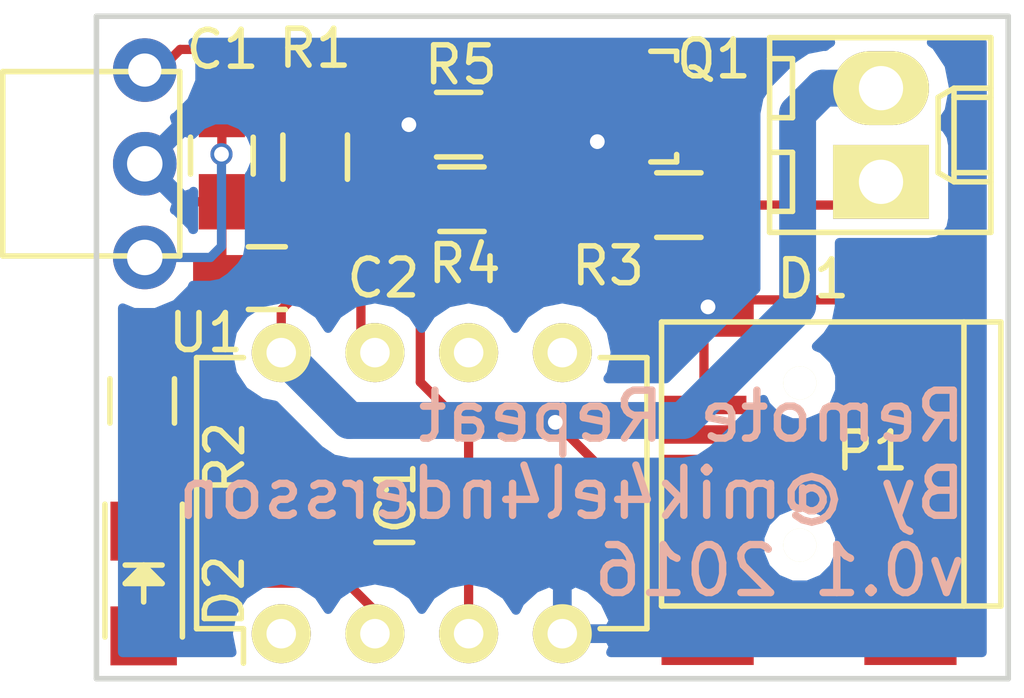
<source format=kicad_pcb>
(kicad_pcb (version 4) (host pcbnew 4.0.3-stable)

  (general
    (links 25)
    (no_connects 0)
    (area 185.324999 104.015 215.905 128.4543)
    (thickness 1.6)
    (drawings 5)
    (tracks 73)
    (zones 0)
    (modules 13)
    (nets 17)
  )

  (page A4)
  (layers
    (0 F.Cu signal)
    (31 B.Cu signal)
    (32 B.Adhes user hide)
    (33 F.Adhes user hide)
    (34 B.Paste user hide)
    (35 F.Paste user hide)
    (36 B.SilkS user)
    (37 F.SilkS user)
    (38 B.Mask user)
    (39 F.Mask user)
    (40 Dwgs.User user)
    (41 Cmts.User user)
    (42 Eco1.User user)
    (43 Eco2.User user)
    (44 Edge.Cuts user)
    (45 Margin user hide)
    (46 B.CrtYd user hide)
    (47 F.CrtYd user hide)
    (48 B.Fab user hide)
    (49 F.Fab user hide)
  )

  (setup
    (last_trace_width 0.25)
    (user_trace_width 1)
    (trace_clearance 0.2)
    (zone_clearance 0.3)
    (zone_45_only no)
    (trace_min 0.2)
    (segment_width 0.2)
    (edge_width 0.15)
    (via_size 0.6)
    (via_drill 0.4)
    (via_min_size 0.4)
    (via_min_drill 0.3)
    (uvia_size 0.3)
    (uvia_drill 0.1)
    (uvias_allowed no)
    (uvia_min_size 0.2)
    (uvia_min_drill 0.1)
    (pcb_text_width 0.3)
    (pcb_text_size 1.5 1.5)
    (mod_edge_width 0.15)
    (mod_text_size 1 1)
    (mod_text_width 0.15)
    (pad_size 1.524 1.524)
    (pad_drill 0.762)
    (pad_to_mask_clearance 0.1)
    (aux_axis_origin 0 0)
    (visible_elements FFFFFF7F)
    (pcbplotparams
      (layerselection 0x00030_80000001)
      (usegerberextensions false)
      (excludeedgelayer true)
      (linewidth 0.100000)
      (plotframeref false)
      (viasonmask false)
      (mode 1)
      (useauxorigin false)
      (hpglpennumber 1)
      (hpglpenspeed 20)
      (hpglpendiameter 15)
      (hpglpenoverlay 2)
      (psnegative false)
      (psa4output false)
      (plotreference true)
      (plotvalue true)
      (plotinvisibletext false)
      (padsonsilk false)
      (subtractmaskfromsilk false)
      (outputformat 1)
      (mirror false)
      (drillshape 1)
      (scaleselection 1)
      (outputdirectory ""))
  )

  (net 0 "")
  (net 1 "Net-(C1-Pad1)")
  (net 2 GND)
  (net 3 +5V)
  (net 4 "Net-(D1-Pad1)")
  (net 5 "Net-(D2-Pad2)")
  (net 6 "Net-(D2-Pad1)")
  (net 7 "Net-(IC1-Pad1)")
  (net 8 "Net-(IC1-Pad3)")
  (net 9 "Net-(IC1-Pad5)")
  (net 10 "Net-(IC1-Pad6)")
  (net 11 "Net-(IC1-Pad7)")
  (net 12 "Net-(P1-Pad2)")
  (net 13 "Net-(P1-Pad3)")
  (net 14 "Net-(P1-Pad4)")
  (net 15 "Net-(Q1-Pad1)")
  (net 16 "Net-(Q1-Pad3)")

  (net_class Default "This is the default net class."
    (clearance 0.2)
    (trace_width 0.25)
    (via_dia 0.6)
    (via_drill 0.4)
    (uvia_dia 0.3)
    (uvia_drill 0.1)
    (add_net +5V)
    (add_net GND)
    (add_net "Net-(C1-Pad1)")
    (add_net "Net-(D1-Pad1)")
    (add_net "Net-(D2-Pad1)")
    (add_net "Net-(D2-Pad2)")
    (add_net "Net-(IC1-Pad1)")
    (add_net "Net-(IC1-Pad3)")
    (add_net "Net-(IC1-Pad5)")
    (add_net "Net-(IC1-Pad6)")
    (add_net "Net-(IC1-Pad7)")
    (add_net "Net-(P1-Pad2)")
    (add_net "Net-(P1-Pad3)")
    (add_net "Net-(P1-Pad4)")
    (add_net "Net-(Q1-Pad1)")
    (add_net "Net-(Q1-Pad3)")
  )

  (module Capacitors_SMD:C_0805_HandSoldering (layer F.Cu) (tedit 57B9BC1D) (tstamp 57BA3219)
    (at 191.4 111.82 270)
    (descr "Capacitor SMD 0805, hand soldering")
    (tags "capacitor 0805")
    (path /57B5F790)
    (attr smd)
    (fp_text reference C1 (at -2.88 -0.02 540) (layer F.SilkS)
      (effects (font (size 1 1) (thickness 0.15)))
    )
    (fp_text value 1uF (at 0 2.1 270) (layer F.Fab) hide
      (effects (font (size 1 1) (thickness 0.15)))
    )
    (fp_line (start -2.3 -1) (end 2.3 -1) (layer F.CrtYd) (width 0.05))
    (fp_line (start -2.3 1) (end 2.3 1) (layer F.CrtYd) (width 0.05))
    (fp_line (start -2.3 -1) (end -2.3 1) (layer F.CrtYd) (width 0.05))
    (fp_line (start 2.3 -1) (end 2.3 1) (layer F.CrtYd) (width 0.05))
    (fp_line (start 0.5 -0.85) (end -0.5 -0.85) (layer F.SilkS) (width 0.15))
    (fp_line (start -0.5 0.85) (end 0.5 0.85) (layer F.SilkS) (width 0.15))
    (pad 1 smd rect (at -1.25 0 270) (size 1.5 1.25) (layers F.Cu F.Paste F.Mask)
      (net 1 "Net-(C1-Pad1)"))
    (pad 2 smd rect (at 1.25 0 270) (size 1.5 1.25) (layers F.Cu F.Paste F.Mask)
      (net 2 GND))
    (model Capacitors_SMD.3dshapes/C_0805_HandSoldering.wrl
      (at (xyz 0 0 0))
      (scale (xyz 1 1 1))
      (rotate (xyz 0 0 0))
    )
  )

  (module Capacitors_SMD:C_0805_HandSoldering (layer F.Cu) (tedit 57B9BC21) (tstamp 57BA3225)
    (at 192.62 115.14 180)
    (descr "Capacitor SMD 0805, hand soldering")
    (tags "capacitor 0805")
    (path /57B5F7CB)
    (attr smd)
    (fp_text reference C2 (at -3.16 0 180) (layer F.SilkS)
      (effects (font (size 1 1) (thickness 0.15)))
    )
    (fp_text value 0.1uF (at 0 2.1 180) (layer F.Fab) hide
      (effects (font (size 1 1) (thickness 0.15)))
    )
    (fp_line (start -2.3 -1) (end 2.3 -1) (layer F.CrtYd) (width 0.05))
    (fp_line (start -2.3 1) (end 2.3 1) (layer F.CrtYd) (width 0.05))
    (fp_line (start -2.3 -1) (end -2.3 1) (layer F.CrtYd) (width 0.05))
    (fp_line (start 2.3 -1) (end 2.3 1) (layer F.CrtYd) (width 0.05))
    (fp_line (start 0.5 -0.85) (end -0.5 -0.85) (layer F.SilkS) (width 0.15))
    (fp_line (start -0.5 0.85) (end 0.5 0.85) (layer F.SilkS) (width 0.15))
    (pad 1 smd rect (at -1.25 0 180) (size 1.5 1.25) (layers F.Cu F.Paste F.Mask)
      (net 3 +5V))
    (pad 2 smd rect (at 1.25 0 180) (size 1.5 1.25) (layers F.Cu F.Paste F.Mask)
      (net 2 GND))
    (model Capacitors_SMD.3dshapes/C_0805_HandSoldering.wrl
      (at (xyz 0 0 0))
      (scale (xyz 1 1 1))
      (rotate (xyz 0 0 0))
    )
  )

  (module Connectors_Molex:Molex_KK-6410-02_02x2.54mm_Straight (layer F.Cu) (tedit 57B9B791) (tstamp 57BA3241)
    (at 209.27 112.53 90)
    (descr "Connector Headers with Friction Lock, 22-27-2021, http://www.molex.com/pdm_docs/sd/022272021_sd.pdf")
    (tags "connector molex kk_6410 22-27-2021")
    (path /57B61276)
    (fp_text reference D1 (at -2.63 -1.84 180) (layer F.SilkS)
      (effects (font (size 1 1) (thickness 0.15)))
    )
    (fp_text value IR-LED (at 1.27 4.5 90) (layer F.Fab) hide
      (effects (font (size 1 1) (thickness 0.15)))
    )
    (fp_line (start -1.37 -3.02) (end -1.37 2.98) (layer F.SilkS) (width 0.15))
    (fp_line (start -1.37 2.98) (end 3.91 2.98) (layer F.SilkS) (width 0.15))
    (fp_line (start 3.91 2.98) (end 3.91 -3.02) (layer F.SilkS) (width 0.15))
    (fp_line (start 3.91 -3.02) (end -1.37 -3.02) (layer F.SilkS) (width 0.15))
    (fp_line (start 0 2.98) (end 0 1.98) (layer F.SilkS) (width 0.15))
    (fp_line (start 0 1.98) (end 2.54 1.98) (layer F.SilkS) (width 0.15))
    (fp_line (start 2.54 1.98) (end 2.54 2.98) (layer F.SilkS) (width 0.15))
    (fp_line (start 0 1.98) (end 0.25 1.55) (layer F.SilkS) (width 0.15))
    (fp_line (start 0.25 1.55) (end 2.29 1.55) (layer F.SilkS) (width 0.15))
    (fp_line (start 2.29 1.55) (end 2.54 1.98) (layer F.SilkS) (width 0.15))
    (fp_line (start 0.25 2.98) (end 0.25 1.98) (layer F.SilkS) (width 0.15))
    (fp_line (start 2.29 2.98) (end 2.29 1.98) (layer F.SilkS) (width 0.15))
    (fp_line (start -0.8 -3.02) (end -0.8 -2.4) (layer F.SilkS) (width 0.15))
    (fp_line (start -0.8 -2.4) (end 0.8 -2.4) (layer F.SilkS) (width 0.15))
    (fp_line (start 0.8 -2.4) (end 0.8 -3.02) (layer F.SilkS) (width 0.15))
    (fp_line (start 1.74 -3.02) (end 1.74 -2.4) (layer F.SilkS) (width 0.15))
    (fp_line (start 1.74 -2.4) (end 3.34 -2.4) (layer F.SilkS) (width 0.15))
    (fp_line (start 3.34 -2.4) (end 3.34 -3.02) (layer F.SilkS) (width 0.15))
    (fp_line (start -1.9 3.5) (end -1.9 -3.55) (layer F.CrtYd) (width 0.05))
    (fp_line (start -1.9 -3.55) (end 4.45 -3.55) (layer F.CrtYd) (width 0.05))
    (fp_line (start 4.45 -3.55) (end 4.45 3.5) (layer F.CrtYd) (width 0.05))
    (fp_line (start 4.45 3.5) (end -1.9 3.5) (layer F.CrtYd) (width 0.05))
    (pad 1 thru_hole rect (at 0 0 90) (size 2 2.6) (drill 1.2) (layers *.Cu *.Mask F.SilkS)
      (net 4 "Net-(D1-Pad1)"))
    (pad 2 thru_hole oval (at 2.54 0 90) (size 2 2.6) (drill 1.2) (layers *.Cu *.Mask F.SilkS)
      (net 3 +5V))
  )

  (module LEDs:LED_1206 (layer F.Cu) (tedit 57B9C20B) (tstamp 57BA3257)
    (at 189.28 123.42 270)
    (descr "LED 1206 smd package")
    (tags "LED1206 SMD")
    (path /57B5F7F6)
    (attr smd)
    (fp_text reference D2 (at 0.21 -2.19 270) (layer F.SilkS)
      (effects (font (size 1 1) (thickness 0.15)))
    )
    (fp_text value LED (at 0 2 270) (layer F.Fab) hide
      (effects (font (size 1 1) (thickness 0.15)))
    )
    (fp_line (start -2.15 1.05) (end 1.45 1.05) (layer F.SilkS) (width 0.15))
    (fp_line (start -2.15 -1.05) (end 1.45 -1.05) (layer F.SilkS) (width 0.15))
    (fp_line (start -0.1 -0.3) (end -0.1 0.3) (layer F.SilkS) (width 0.15))
    (fp_line (start -0.1 0.3) (end -0.4 0) (layer F.SilkS) (width 0.15))
    (fp_line (start -0.4 0) (end -0.2 -0.2) (layer F.SilkS) (width 0.15))
    (fp_line (start -0.2 -0.2) (end -0.2 0.05) (layer F.SilkS) (width 0.15))
    (fp_line (start -0.2 0.05) (end -0.25 0) (layer F.SilkS) (width 0.15))
    (fp_line (start -0.5 -0.5) (end -0.5 0.5) (layer F.SilkS) (width 0.15))
    (fp_line (start 0 0) (end 0.5 0) (layer F.SilkS) (width 0.15))
    (fp_line (start -0.5 0) (end 0 -0.5) (layer F.SilkS) (width 0.15))
    (fp_line (start 0 -0.5) (end 0 0.5) (layer F.SilkS) (width 0.15))
    (fp_line (start 0 0.5) (end -0.5 0) (layer F.SilkS) (width 0.15))
    (fp_line (start 2.5 -1.25) (end -2.5 -1.25) (layer F.CrtYd) (width 0.05))
    (fp_line (start -2.5 -1.25) (end -2.5 1.25) (layer F.CrtYd) (width 0.05))
    (fp_line (start -2.5 1.25) (end 2.5 1.25) (layer F.CrtYd) (width 0.05))
    (fp_line (start 2.5 1.25) (end 2.5 -1.25) (layer F.CrtYd) (width 0.05))
    (pad 2 smd rect (at 1.41986 0 90) (size 1.59766 1.80086) (layers F.Cu F.Paste F.Mask)
      (net 5 "Net-(D2-Pad2)"))
    (pad 1 smd rect (at -1.41986 0 90) (size 1.59766 1.80086) (layers F.Cu F.Paste F.Mask)
      (net 6 "Net-(D2-Pad1)"))
    (model LEDs.3dshapes/LED_1206.wrl
      (at (xyz 0 0 0))
      (scale (xyz 1 1 1))
      (rotate (xyz 0 0 180))
    )
  )

  (module Housings_DIP:DIP-8_W7.62mm (layer F.Cu) (tedit 57B8B8CF) (tstamp 57BA326E)
    (at 193.01 124.78 90)
    (descr "8-lead dip package, row spacing 7.62 mm (300 mils)")
    (tags "dil dip 2.54 300")
    (path /57B5F6EB)
    (fp_text reference IC1 (at 3.45 3.11 90) (layer F.SilkS)
      (effects (font (size 1 1) (thickness 0.15)))
    )
    (fp_text value ATTINY85-P (at 0 -3.72 90) (layer F.Fab) hide
      (effects (font (size 1 1) (thickness 0.15)))
    )
    (fp_line (start -1.05 -2.45) (end -1.05 10.1) (layer F.CrtYd) (width 0.05))
    (fp_line (start 8.65 -2.45) (end 8.65 10.1) (layer F.CrtYd) (width 0.05))
    (fp_line (start -1.05 -2.45) (end 8.65 -2.45) (layer F.CrtYd) (width 0.05))
    (fp_line (start -1.05 10.1) (end 8.65 10.1) (layer F.CrtYd) (width 0.05))
    (fp_line (start 0.135 -2.295) (end 0.135 -1.025) (layer F.SilkS) (width 0.15))
    (fp_line (start 7.485 -2.295) (end 7.485 -1.025) (layer F.SilkS) (width 0.15))
    (fp_line (start 7.485 9.915) (end 7.485 8.645) (layer F.SilkS) (width 0.15))
    (fp_line (start 0.135 9.915) (end 0.135 8.645) (layer F.SilkS) (width 0.15))
    (fp_line (start 0.135 -2.295) (end 7.485 -2.295) (layer F.SilkS) (width 0.15))
    (fp_line (start 0.135 9.915) (end 7.485 9.915) (layer F.SilkS) (width 0.15))
    (fp_line (start 0.135 -1.025) (end -0.8 -1.025) (layer F.SilkS) (width 0.15))
    (pad 1 thru_hole oval (at 0 0 90) (size 1.6 1.6) (drill 0.8) (layers *.Cu *.Mask F.SilkS)
      (net 7 "Net-(IC1-Pad1)"))
    (pad 2 thru_hole oval (at 0 2.54 90) (size 1.6 1.6) (drill 0.8) (layers *.Cu *.Mask F.SilkS)
      (net 5 "Net-(D2-Pad2)"))
    (pad 3 thru_hole oval (at 0 5.08 90) (size 1.6 1.6) (drill 0.8) (layers *.Cu *.Mask F.SilkS)
      (net 8 "Net-(IC1-Pad3)"))
    (pad 4 thru_hole oval (at 0 7.62 90) (size 1.6 1.6) (drill 0.8) (layers *.Cu *.Mask F.SilkS)
      (net 2 GND))
    (pad 5 thru_hole oval (at 7.62 7.62 90) (size 1.6 1.6) (drill 0.8) (layers *.Cu *.Mask F.SilkS)
      (net 9 "Net-(IC1-Pad5)"))
    (pad 6 thru_hole oval (at 7.62 5.08 90) (size 1.6 1.6) (drill 0.8) (layers *.Cu *.Mask F.SilkS)
      (net 10 "Net-(IC1-Pad6)"))
    (pad 7 thru_hole oval (at 7.62 2.54 90) (size 1.6 1.6) (drill 0.8) (layers *.Cu *.Mask F.SilkS)
      (net 11 "Net-(IC1-Pad7)"))
    (pad 8 thru_hole oval (at 7.62 0 90) (size 1.6 1.6) (drill 0.8) (layers *.Cu *.Mask F.SilkS)
      (net 3 +5V))
    (model Housings_DIP.3dshapes/DIP-8_W7.62mm.wrl
      (at (xyz 0 0 0))
      (scale (xyz 1 1 1))
      (rotate (xyz 0 0 0))
    )
  )

  (module Connect:USB_Mini-B (layer F.Cu) (tedit 57B9C0E7) (tstamp 57BA3286)
    (at 207.92 120.18 180)
    (descr "USB Mini-B 5-pin SMD connector")
    (tags "USB USB_B USB_Mini connector")
    (path /57B5F942)
    (attr smd)
    (fp_text reference P1 (at -1.11 0.35 180) (layer F.SilkS)
      (effects (font (size 1 1) (thickness 0.15)))
    )
    (fp_text value USB_OTG (at 0 -7.0993 180) (layer F.Fab) hide
      (effects (font (size 1 1) (thickness 0.15)))
    )
    (fp_line (start -4.85 -5.7) (end 4.85 -5.7) (layer F.CrtYd) (width 0.05))
    (fp_line (start 4.85 -5.7) (end 4.85 5.7) (layer F.CrtYd) (width 0.05))
    (fp_line (start 4.85 5.7) (end -4.85 5.7) (layer F.CrtYd) (width 0.05))
    (fp_line (start -4.85 5.7) (end -4.85 -5.7) (layer F.CrtYd) (width 0.05))
    (fp_line (start -3.59918 -3.85064) (end -3.59918 3.85064) (layer F.SilkS) (width 0.15))
    (fp_line (start -4.59994 -3.85064) (end -4.59994 3.85064) (layer F.SilkS) (width 0.15))
    (fp_line (start -4.59994 3.85064) (end 4.59994 3.85064) (layer F.SilkS) (width 0.15))
    (fp_line (start 4.59994 3.85064) (end 4.59994 -3.85064) (layer F.SilkS) (width 0.15))
    (fp_line (start 4.59994 -3.85064) (end -4.59994 -3.85064) (layer F.SilkS) (width 0.15))
    (pad 1 smd rect (at 3.44932 -1.6002 180) (size 2.30124 0.50038) (layers F.Cu F.Paste F.Mask)
      (net 3 +5V))
    (pad 2 smd rect (at 3.44932 -0.8001 180) (size 2.30124 0.50038) (layers F.Cu F.Paste F.Mask)
      (net 12 "Net-(P1-Pad2)"))
    (pad 3 smd rect (at 3.44932 0 180) (size 2.30124 0.50038) (layers F.Cu F.Paste F.Mask)
      (net 13 "Net-(P1-Pad3)"))
    (pad 4 smd rect (at 3.44932 0.8001 180) (size 2.30124 0.50038) (layers F.Cu F.Paste F.Mask)
      (net 14 "Net-(P1-Pad4)"))
    (pad 5 smd rect (at 3.44932 1.6002 180) (size 2.30124 0.50038) (layers F.Cu F.Paste F.Mask)
      (net 2 GND))
    (pad 6 smd rect (at 3.35026 -4.45008 180) (size 2.49936 1.99898) (layers F.Cu F.Paste F.Mask)
      (net 2 GND))
    (pad 6 smd rect (at -2.14884 -4.45008 180) (size 2.49936 1.99898) (layers F.Cu F.Paste F.Mask)
      (net 2 GND))
    (pad 6 smd rect (at 3.35026 4.45008 180) (size 2.49936 1.99898) (layers F.Cu F.Paste F.Mask)
      (net 2 GND))
    (pad 6 smd rect (at -2.14884 4.45008 180) (size 2.49936 1.99898) (layers F.Cu F.Paste F.Mask)
      (net 2 GND))
    (pad "" np_thru_hole circle (at 0.8509 -2.19964 180) (size 0.89916 0.89916) (drill 0.89916) (layers *.Cu *.Mask F.SilkS))
    (pad "" np_thru_hole circle (at 0.8509 2.19964 180) (size 0.89916 0.89916) (drill 0.89916) (layers *.Cu *.Mask F.SilkS))
  )

  (module TO_SOT_Packages_SMD:SOT-23_Handsoldering (layer F.Cu) (tedit 57B9B761) (tstamp 57BA3291)
    (at 203.08 110.49 270)
    (descr "SOT-23, Handsoldering")
    (tags SOT-23)
    (path /57B6EF25)
    (attr smd)
    (fp_text reference Q1 (at -1.29 -1.66 360) (layer F.SilkS)
      (effects (font (size 1 1) (thickness 0.15)))
    )
    (fp_text value 2N7002 (at 0 3.81 270) (layer F.Fab) hide
      (effects (font (size 1 1) (thickness 0.15)))
    )
    (fp_line (start -1.49982 0.0508) (end -1.49982 -0.65024) (layer F.SilkS) (width 0.15))
    (fp_line (start -1.49982 -0.65024) (end -1.2509 -0.65024) (layer F.SilkS) (width 0.15))
    (fp_line (start 1.29916 -0.65024) (end 1.49982 -0.65024) (layer F.SilkS) (width 0.15))
    (fp_line (start 1.49982 -0.65024) (end 1.49982 0.0508) (layer F.SilkS) (width 0.15))
    (pad 1 smd rect (at -0.95 1.50114 270) (size 0.8001 1.80086) (layers F.Cu F.Paste F.Mask)
      (net 15 "Net-(Q1-Pad1)"))
    (pad 2 smd rect (at 0.95 1.50114 270) (size 0.8001 1.80086) (layers F.Cu F.Paste F.Mask)
      (net 2 GND))
    (pad 3 smd rect (at 0 -1.50114 270) (size 0.8001 1.80086) (layers F.Cu F.Paste F.Mask)
      (net 16 "Net-(Q1-Pad3)"))
    (model TO_SOT_Packages_SMD.3dshapes/SOT-23_Handsoldering.wrl
      (at (xyz 0 0 0))
      (scale (xyz 1 1 1))
      (rotate (xyz 0 0 0))
    )
  )

  (module Resistors_SMD:R_0805_HandSoldering (layer F.Cu) (tedit 57B9BC03) (tstamp 57BA329D)
    (at 193.93 111.86 90)
    (descr "Resistor SMD 0805, hand soldering")
    (tags "resistor 0805")
    (path /57B6FEEB)
    (attr smd)
    (fp_text reference R1 (at 2.95 0 360) (layer F.SilkS)
      (effects (font (size 1 1) (thickness 0.15)))
    )
    (fp_text value 500 (at 0 2.1 90) (layer F.Fab) hide
      (effects (font (size 1 1) (thickness 0.15)))
    )
    (fp_line (start -2.4 -1) (end 2.4 -1) (layer F.CrtYd) (width 0.05))
    (fp_line (start -2.4 1) (end 2.4 1) (layer F.CrtYd) (width 0.05))
    (fp_line (start -2.4 -1) (end -2.4 1) (layer F.CrtYd) (width 0.05))
    (fp_line (start 2.4 -1) (end 2.4 1) (layer F.CrtYd) (width 0.05))
    (fp_line (start 0.6 0.875) (end -0.6 0.875) (layer F.SilkS) (width 0.15))
    (fp_line (start -0.6 -0.875) (end 0.6 -0.875) (layer F.SilkS) (width 0.15))
    (pad 1 smd rect (at -1.35 0 90) (size 1.5 1.3) (layers F.Cu F.Paste F.Mask)
      (net 3 +5V))
    (pad 2 smd rect (at 1.35 0 90) (size 1.5 1.3) (layers F.Cu F.Paste F.Mask)
      (net 1 "Net-(C1-Pad1)"))
    (model Resistors_SMD.3dshapes/R_0805_HandSoldering.wrl
      (at (xyz 0 0 0))
      (scale (xyz 1 1 1))
      (rotate (xyz 0 0 0))
    )
  )

  (module Resistors_SMD:R_0805_HandSoldering (layer F.Cu) (tedit 57B9B736) (tstamp 57BA32A9)
    (at 189.24 118.47 270)
    (descr "Resistor SMD 0805, hand soldering")
    (tags "resistor 0805")
    (path /57B6136B)
    (attr smd)
    (fp_text reference R2 (at 1.54 -2.24 450) (layer F.SilkS)
      (effects (font (size 1 1) (thickness 0.15)))
    )
    (fp_text value 2K (at 0 2.1 270) (layer F.Fab) hide
      (effects (font (size 1 1) (thickness 0.15)))
    )
    (fp_line (start -2.4 -1) (end 2.4 -1) (layer F.CrtYd) (width 0.05))
    (fp_line (start -2.4 1) (end 2.4 1) (layer F.CrtYd) (width 0.05))
    (fp_line (start -2.4 -1) (end -2.4 1) (layer F.CrtYd) (width 0.05))
    (fp_line (start 2.4 -1) (end 2.4 1) (layer F.CrtYd) (width 0.05))
    (fp_line (start 0.6 0.875) (end -0.6 0.875) (layer F.SilkS) (width 0.15))
    (fp_line (start -0.6 -0.875) (end 0.6 -0.875) (layer F.SilkS) (width 0.15))
    (pad 1 smd rect (at -1.35 0 270) (size 1.5 1.3) (layers F.Cu F.Paste F.Mask)
      (net 2 GND))
    (pad 2 smd rect (at 1.35 0 270) (size 1.5 1.3) (layers F.Cu F.Paste F.Mask)
      (net 6 "Net-(D2-Pad1)"))
    (model Resistors_SMD.3dshapes/R_0805_HandSoldering.wrl
      (at (xyz 0 0 0))
      (scale (xyz 1 1 1))
      (rotate (xyz 0 0 0))
    )
  )

  (module Resistors_SMD:R_0805_HandSoldering (layer F.Cu) (tedit 57B9BC62) (tstamp 57BA32B5)
    (at 203.79 113.16)
    (descr "Resistor SMD 0805, hand soldering")
    (tags "resistor 0805")
    (path /57B5F829)
    (attr smd)
    (fp_text reference R3 (at -1.92 1.65) (layer F.SilkS)
      (effects (font (size 1 1) (thickness 0.15)))
    )
    (fp_text value 10 (at 0 2.1) (layer F.Fab) hide
      (effects (font (size 1 1) (thickness 0.15)))
    )
    (fp_line (start -2.4 -1) (end 2.4 -1) (layer F.CrtYd) (width 0.05))
    (fp_line (start -2.4 1) (end 2.4 1) (layer F.CrtYd) (width 0.05))
    (fp_line (start -2.4 -1) (end -2.4 1) (layer F.CrtYd) (width 0.05))
    (fp_line (start 2.4 -1) (end 2.4 1) (layer F.CrtYd) (width 0.05))
    (fp_line (start 0.6 0.875) (end -0.6 0.875) (layer F.SilkS) (width 0.15))
    (fp_line (start -0.6 -0.875) (end 0.6 -0.875) (layer F.SilkS) (width 0.15))
    (pad 1 smd rect (at -1.35 0) (size 1.5 1.3) (layers F.Cu F.Paste F.Mask)
      (net 16 "Net-(Q1-Pad3)"))
    (pad 2 smd rect (at 1.35 0) (size 1.5 1.3) (layers F.Cu F.Paste F.Mask)
      (net 4 "Net-(D1-Pad1)"))
    (model Resistors_SMD.3dshapes/R_0805_HandSoldering.wrl
      (at (xyz 0 0 0))
      (scale (xyz 1 1 1))
      (rotate (xyz 0 0 0))
    )
  )

  (module Resistors_SMD:R_0805_HandSoldering (layer F.Cu) (tedit 57B9BC4A) (tstamp 57BA32C1)
    (at 197.91 113 180)
    (descr "Resistor SMD 0805, hand soldering")
    (tags "resistor 0805")
    (path /57B6F2ED)
    (attr smd)
    (fp_text reference R4 (at -0.07 -1.75 360) (layer F.SilkS)
      (effects (font (size 1 1) (thickness 0.15)))
    )
    (fp_text value 100 (at 0 2.1 180) (layer F.Fab) hide
      (effects (font (size 1 1) (thickness 0.15)))
    )
    (fp_line (start -2.4 -1) (end 2.4 -1) (layer F.CrtYd) (width 0.05))
    (fp_line (start -2.4 1) (end 2.4 1) (layer F.CrtYd) (width 0.05))
    (fp_line (start -2.4 -1) (end -2.4 1) (layer F.CrtYd) (width 0.05))
    (fp_line (start 2.4 -1) (end 2.4 1) (layer F.CrtYd) (width 0.05))
    (fp_line (start 0.6 0.875) (end -0.6 0.875) (layer F.SilkS) (width 0.15))
    (fp_line (start -0.6 -0.875) (end 0.6 -0.875) (layer F.SilkS) (width 0.15))
    (pad 1 smd rect (at -1.35 0 180) (size 1.5 1.3) (layers F.Cu F.Paste F.Mask)
      (net 15 "Net-(Q1-Pad1)"))
    (pad 2 smd rect (at 1.35 0 180) (size 1.5 1.3) (layers F.Cu F.Paste F.Mask)
      (net 8 "Net-(IC1-Pad3)"))
    (model Resistors_SMD.3dshapes/R_0805_HandSoldering.wrl
      (at (xyz 0 0 0))
      (scale (xyz 1 1 1))
      (rotate (xyz 0 0 0))
    )
  )

  (module Resistors_SMD:R_0805_HandSoldering (layer F.Cu) (tedit 57B9BC8B) (tstamp 57BA32CD)
    (at 197.82 110.98 180)
    (descr "Resistor SMD 0805, hand soldering")
    (tags "resistor 0805")
    (path /57B6F360)
    (attr smd)
    (fp_text reference R5 (at -0.06 1.62 180) (layer F.SilkS)
      (effects (font (size 1 1) (thickness 0.15)))
    )
    (fp_text value 1K (at 0 2.1 180) (layer F.Fab) hide
      (effects (font (size 1 1) (thickness 0.15)))
    )
    (fp_line (start -2.4 -1) (end 2.4 -1) (layer F.CrtYd) (width 0.05))
    (fp_line (start -2.4 1) (end 2.4 1) (layer F.CrtYd) (width 0.05))
    (fp_line (start -2.4 -1) (end -2.4 1) (layer F.CrtYd) (width 0.05))
    (fp_line (start 2.4 -1) (end 2.4 1) (layer F.CrtYd) (width 0.05))
    (fp_line (start 0.6 0.875) (end -0.6 0.875) (layer F.SilkS) (width 0.15))
    (fp_line (start -0.6 -0.875) (end 0.6 -0.875) (layer F.SilkS) (width 0.15))
    (pad 1 smd rect (at -1.35 0 180) (size 1.5 1.3) (layers F.Cu F.Paste F.Mask)
      (net 15 "Net-(Q1-Pad1)"))
    (pad 2 smd rect (at 1.35 0 180) (size 1.5 1.3) (layers F.Cu F.Paste F.Mask)
      (net 2 GND))
    (model Resistors_SMD.3dshapes/R_0805_HandSoldering.wrl
      (at (xyz 0 0 0))
      (scale (xyz 1 1 1))
      (rotate (xyz 0 0 0))
    )
  )

  (module gadget-remote-repeat-hardware:TSOP38238 (layer F.Cu) (tedit 57B9BC34) (tstamp 57BA32D8)
    (at 187.86 112.04 270)
    (path /57B60F10)
    (fp_text reference U1 (at 4.58 -3.11 360) (layer F.SilkS)
      (effects (font (size 1 1) (thickness 0.15)))
    )
    (fp_text value TSOP38238 (at 0 -4.35 270) (layer F.Fab) hide
      (effects (font (size 1 1) (thickness 0.15)))
    )
    (fp_line (start -2.5 2.4) (end 2.5 2.4) (layer F.SilkS) (width 0.15))
    (fp_line (start 2.5 2.4) (end 2.5 -2.4) (layer F.SilkS) (width 0.15))
    (fp_line (start 2.5 -2.4) (end -2.5 -2.4) (layer F.SilkS) (width 0.15))
    (fp_line (start -2.5 -2.4) (end -2.5 2.4) (layer F.SilkS) (width 0.15))
    (pad 1 thru_hole circle (at -2.54 -1.45 270) (size 1.724 1.724) (drill 0.9) (layers *.Cu *.Mask)
      (net 11 "Net-(IC1-Pad7)"))
    (pad 2 thru_hole circle (at 0 -1.45 270) (size 1.724 1.724) (drill 0.962) (layers *.Cu *.Mask)
      (net 2 GND))
    (pad 3 thru_hole circle (at 2.54 -1.45 270) (size 1.724 1.724) (drill 0.962) (layers *.Cu *.Mask)
      (net 1 "Net-(C1-Pad1)"))
  )

  (gr_text "Remote Repeat\nBy @mik4el4ndersson\nv0.1 2016" (at 211.67 120.98) (layer B.SilkS)
    (effects (font (size 1.3 1.3) (thickness 0.2)) (justify left mirror))
  )
  (gr_line (start 188 108.04) (end 212.72 108.04) (angle 90) (layer Edge.Cuts) (width 0.15))
  (gr_line (start 188 126) (end 188 108.04) (angle 90) (layer Edge.Cuts) (width 0.15))
  (gr_line (start 212.72 126) (end 188 126) (angle 90) (layer Edge.Cuts) (width 0.15))
  (gr_line (start 212.72 108.04) (end 212.72 126) (angle 90) (layer Edge.Cuts) (width 0.15))

  (segment (start 191.4 110.57) (end 191.4 111.77) (width 0.25) (layer F.Cu) (net 1))
  (segment (start 191.09 114.58) (end 189.31 114.58) (width 0.25) (layer B.Cu) (net 1) (tstamp 57B9BD40))
  (segment (start 191.39 114.28) (end 191.09 114.58) (width 0.25) (layer B.Cu) (net 1) (tstamp 57B9BD3F))
  (segment (start 191.39 111.78) (end 191.39 114.28) (width 0.25) (layer B.Cu) (net 1) (tstamp 57B9BD3E))
  (via (at 191.39 111.78) (size 0.6) (drill 0.4) (layers F.Cu B.Cu) (net 1))
  (segment (start 191.4 111.77) (end 191.39 111.78) (width 0.25) (layer F.Cu) (net 1) (tstamp 57B9BD3C))
  (segment (start 193.93 110.51) (end 191.46 110.51) (width 0.25) (layer F.Cu) (net 1))
  (segment (start 191.46 110.51) (end 191.4 110.57) (width 0.25) (layer F.Cu) (net 1) (tstamp 57B9BD31))
  (segment (start 204.56974 115.90974) (end 204.56974 115.72992) (width 0.25) (layer F.Cu) (net 2) (tstamp 57B9BE07))
  (segment (start 204.58 115.92) (end 204.56974 115.90974) (width 0.25) (layer F.Cu) (net 2) (tstamp 57B9BE06))
  (via (at 204.58 115.92) (size 0.6) (drill 0.4) (layers F.Cu B.Cu) (net 2))
  (segment (start 201.57886 112.91886) (end 204.58 115.92) (width 0.25) (layer B.Cu) (net 2) (tstamp 57B9BDFD))
  (segment (start 201.57886 111.44) (end 201.57886 112.91886) (width 0.25) (layer B.Cu) (net 2))
  (segment (start 201.11886 110.98) (end 201.57886 111.44) (width 0.25) (layer B.Cu) (net 2) (tstamp 57B9BDF3))
  (segment (start 201.11886 110.98) (end 196.47 110.98) (width 0.25) (layer B.Cu) (net 2) (tstamp 57B9BDF4))
  (via (at 196.47 110.98) (size 0.6) (drill 0.4) (layers F.Cu B.Cu) (net 2))
  (segment (start 189.31 112.04) (end 190.51 110.84) (width 0.25) (layer B.Cu) (net 2) (tstamp 57B9BDC9))
  (segment (start 196.33 110.84) (end 190.51 110.84) (width 0.25) (layer B.Cu) (net 2) (tstamp 57B9BDC4))
  (segment (start 196.33 110.84) (end 196.47 110.98) (width 0.25) (layer B.Cu) (net 2) (tstamp 57B9BDC3))
  (via (at 201.57886 111.44) (size 0.6) (drill 0.4) (layers F.Cu B.Cu) (net 2))
  (segment (start 200.63 124.78) (end 204.41982 124.78) (width 0.25) (layer F.Cu) (net 2))
  (segment (start 204.41982 124.78) (end 204.56974 124.63008) (width 0.25) (layer F.Cu) (net 2) (tstamp 57B9BD91))
  (segment (start 191.4 113.07) (end 190.34 113.07) (width 0.25) (layer F.Cu) (net 2))
  (segment (start 190.34 113.07) (end 189.31 112.04) (width 0.25) (layer F.Cu) (net 2) (tstamp 57B9BD26))
  (segment (start 189.24 117.12) (end 189.39 117.12) (width 0.25) (layer F.Cu) (net 2))
  (segment (start 189.39 117.12) (end 191.4 115.11) (width 0.25) (layer F.Cu) (net 2) (tstamp 57B9BD20))
  (segment (start 191.4 115.11) (end 191.4 114.13) (width 0.25) (layer F.Cu) (net 2) (tstamp 57B9BD21))
  (segment (start 191.4 114.13) (end 191.4 113.07) (width 0.25) (layer F.Cu) (net 2) (tstamp 57B9BD23))
  (segment (start 204.56974 124.63008) (end 210.06884 124.63008) (width 0.25) (layer F.Cu) (net 2) (tstamp 57B9BB11))
  (segment (start 210.06884 124.63008) (end 210.06884 115.72992) (width 0.25) (layer F.Cu) (net 2) (tstamp 57B9BB12))
  (segment (start 210.06884 115.72992) (end 204.56974 115.72992) (width 0.25) (layer F.Cu) (net 2) (tstamp 57B9BB13))
  (segment (start 204.56974 115.72992) (end 204.47068 115.82898) (width 0.25) (layer F.Cu) (net 2) (tstamp 57B9BB14))
  (segment (start 204.47068 115.82898) (end 204.47068 118.5798) (width 0.25) (layer F.Cu) (net 2) (tstamp 57B9BB15))
  (segment (start 204.47068 121.7802) (end 203.1702 121.7802) (width 0.25) (layer F.Cu) (net 3))
  (via (at 200.44 119.05) (size 0.6) (drill 0.4) (layers F.Cu B.Cu) (net 3))
  (segment (start 203.1702 121.7802) (end 200.44 119.05) (width 0.25) (layer F.Cu) (net 3) (tstamp 57B9BFB8))
  (segment (start 200.44 119.05) (end 200.44 119) (width 0.25) (layer B.Cu) (net 3) (tstamp 57B9BFC2))
  (segment (start 200.44 119) (end 200.44 119.05) (width 0.25) (layer B.Cu) (net 3) (tstamp 57B9BFC3))
  (segment (start 200.44 119.05) (end 200.44 119) (width 0.25) (layer B.Cu) (net 3) (tstamp 57B9BFC5))
  (segment (start 194.85 119) (end 193.01 117.16) (width 1) (layer B.Cu) (net 3) (tstamp 57B9BE9A))
  (segment (start 203.91 119) (end 200.44 119) (width 1) (layer B.Cu) (net 3) (tstamp 57B9BE95))
  (segment (start 200.44 119) (end 194.85 119) (width 1) (layer B.Cu) (net 3) (tstamp 57B9BFC6))
  (segment (start 207.01 115.9) (end 203.91 119) (width 1) (layer B.Cu) (net 3) (tstamp 57B9BE87))
  (segment (start 207.01 110.67) (end 207.01 115.9) (width 1) (layer B.Cu) (net 3) (tstamp 57B9BE84))
  (segment (start 207.69 109.99) (end 207.01 110.67) (width 1) (layer B.Cu) (net 3) (tstamp 57B9BE81))
  (segment (start 209.27 109.99) (end 207.69 109.99) (width 1) (layer B.Cu) (net 3))
  (segment (start 193.87 115.14) (end 193.87 113.27) (width 0.25) (layer F.Cu) (net 3))
  (segment (start 193.87 113.27) (end 193.93 113.21) (width 0.25) (layer F.Cu) (net 3) (tstamp 57B9BD2E))
  (segment (start 193.01 117.16) (end 193.01 116) (width 0.25) (layer F.Cu) (net 3))
  (segment (start 193.01 116) (end 193.87 115.14) (width 0.25) (layer F.Cu) (net 3) (tstamp 57B9BD2A))
  (segment (start 205.14 113.16) (end 208.64 113.16) (width 0.25) (layer F.Cu) (net 4))
  (segment (start 208.64 113.16) (end 209.27 112.53) (width 0.25) (layer F.Cu) (net 4) (tstamp 57B9BD75))
  (segment (start 195.55 124.78) (end 195.55 124.16) (width 0.25) (layer F.Cu) (net 5))
  (segment (start 195.55 124.16) (end 194.8 123.41) (width 0.25) (layer F.Cu) (net 5) (tstamp 57B9BD17))
  (segment (start 194.8 123.41) (end 190.70986 123.41) (width 0.25) (layer F.Cu) (net 5) (tstamp 57B9BD18))
  (segment (start 190.70986 123.41) (end 189.28 124.83986) (width 0.25) (layer F.Cu) (net 5) (tstamp 57B9BD19))
  (segment (start 189.28 122.00014) (end 189.28 119.86) (width 0.25) (layer F.Cu) (net 6))
  (segment (start 189.28 119.86) (end 189.24 119.82) (width 0.25) (layer F.Cu) (net 6) (tstamp 57B9BD1D))
  (segment (start 198.09 124.78) (end 198.09 119.27) (width 0.25) (layer F.Cu) (net 8))
  (segment (start 196.78 117.96) (end 196.78 113.22) (width 0.25) (layer F.Cu) (net 8) (tstamp 57B9BD5C))
  (segment (start 198.09 119.27) (end 196.78 117.96) (width 0.25) (layer F.Cu) (net 8) (tstamp 57B9BD51))
  (segment (start 196.78 113.22) (end 196.56 113) (width 0.25) (layer F.Cu) (net 8) (tstamp 57B9BD63))
  (segment (start 189.31 109.5) (end 189.71 109.5) (width 0.25) (layer F.Cu) (net 11))
  (segment (start 189.71 109.5) (end 190.27 108.94) (width 0.25) (layer F.Cu) (net 11) (tstamp 57B9BD35))
  (segment (start 190.27 108.94) (end 194.69 108.94) (width 0.25) (layer F.Cu) (net 11) (tstamp 57B9BD36))
  (segment (start 194.69 108.94) (end 195.17 109.42) (width 0.25) (layer F.Cu) (net 11) (tstamp 57B9BD37))
  (segment (start 195.17 109.42) (end 195.17 116.78) (width 0.25) (layer F.Cu) (net 11) (tstamp 57B9BD38))
  (segment (start 195.17 116.78) (end 195.55 117.16) (width 0.25) (layer F.Cu) (net 11) (tstamp 57B9BD39))
  (segment (start 199.26 113) (end 199.26 111.07) (width 0.25) (layer F.Cu) (net 15))
  (segment (start 199.26 111.07) (end 200.79 109.54) (width 0.25) (layer F.Cu) (net 15) (tstamp 57B9BD6C))
  (segment (start 200.79 109.54) (end 201.57886 109.54) (width 0.25) (layer F.Cu) (net 15) (tstamp 57B9BD6D))
  (segment (start 202.44 113.16) (end 202.44 112.63114) (width 0.25) (layer F.Cu) (net 16))
  (segment (start 202.44 112.63114) (end 204.58114 110.49) (width 0.25) (layer F.Cu) (net 16) (tstamp 57B9BD71))

  (zone (net 2) (net_name GND) (layer B.Cu) (tstamp 57B9BFDA) (hatch edge 0.508)
    (connect_pads (clearance 0.508))
    (min_thickness 0.254)
    (fill yes (arc_segments 16) (thermal_gap 0.508) (thermal_bridge_width 0.508))
    (polygon
      (pts
        (xy 213.15 107.6) (xy 213.1 126.54) (xy 187.48 126.34) (xy 187.67 107.68) (xy 213.07 107.88)
      )
    )
    (filled_polygon
      (pts
        (xy 207.775971 108.83388) (xy 207.761859 108.855) (xy 207.69 108.855) (xy 207.255654 108.941397) (xy 206.887434 109.187434)
        (xy 206.207434 109.867434) (xy 205.961397 110.235654) (xy 205.875 110.67) (xy 205.875 115.429868) (xy 203.439868 117.865)
        (xy 201.870416 117.865) (xy 201.955767 117.737264) (xy 202.065 117.188113) (xy 202.065 117.131887) (xy 201.955767 116.582736)
        (xy 201.644698 116.117189) (xy 201.179151 115.80612) (xy 200.63 115.696887) (xy 200.080849 115.80612) (xy 199.615302 116.117189)
        (xy 199.36 116.499275) (xy 199.104698 116.117189) (xy 198.639151 115.80612) (xy 198.09 115.696887) (xy 197.540849 115.80612)
        (xy 197.075302 116.117189) (xy 196.82 116.499275) (xy 196.564698 116.117189) (xy 196.099151 115.80612) (xy 195.55 115.696887)
        (xy 195.000849 115.80612) (xy 194.535302 116.117189) (xy 194.28 116.499275) (xy 194.024698 116.117189) (xy 193.559151 115.80612)
        (xy 193.01 115.696887) (xy 192.460849 115.80612) (xy 191.995302 116.117189) (xy 191.684233 116.582736) (xy 191.575 117.131887)
        (xy 191.575 117.188113) (xy 191.684233 117.737264) (xy 191.995302 118.202811) (xy 192.460849 118.51388) (xy 192.832717 118.587849)
        (xy 194.047434 119.802566) (xy 194.415654 120.048603) (xy 194.85 120.135) (xy 203.91 120.135) (xy 204.344346 120.048603)
        (xy 204.712566 119.802566) (xy 206.08247 118.432662) (xy 206.149102 118.593923) (xy 206.453933 118.899286) (xy 206.852417 119.064751)
        (xy 207.28389 119.065128) (xy 207.682663 118.900358) (xy 207.988026 118.595527) (xy 208.153491 118.197043) (xy 208.153868 117.76557)
        (xy 207.989098 117.366797) (xy 207.684267 117.061434) (xy 207.521348 116.993784) (xy 207.812566 116.702566) (xy 207.892634 116.582736)
        (xy 208.058603 116.334346) (xy 208.145 115.9) (xy 208.145 114.17744) (xy 210.57 114.17744) (xy 210.805317 114.133162)
        (xy 211.021441 113.99409) (xy 211.166431 113.78189) (xy 211.21744 113.53) (xy 211.21744 111.53) (xy 211.173162 111.294683)
        (xy 211.03409 111.078559) (xy 210.879671 110.973049) (xy 211.118452 110.615687) (xy 211.242909 109.99) (xy 211.118452 109.364313)
        (xy 210.764029 108.83388) (xy 210.638493 108.75) (xy 212.01 108.75) (xy 212.01 125.29) (xy 201.945735 125.29)
        (xy 202.021914 125.129041) (xy 201.900629 124.907) (xy 200.757 124.907) (xy 200.757 124.927) (xy 200.503 124.927)
        (xy 200.503 124.907) (xy 200.483 124.907) (xy 200.483 124.653) (xy 200.503 124.653) (xy 200.503 123.510085)
        (xy 200.757 123.510085) (xy 200.757 124.653) (xy 201.900629 124.653) (xy 202.021914 124.430959) (xy 201.782389 123.924866)
        (xy 201.367423 123.548959) (xy 200.979039 123.388096) (xy 200.757 123.510085) (xy 200.503 123.510085) (xy 200.280961 123.388096)
        (xy 199.892577 123.548959) (xy 199.477611 123.924866) (xy 199.374986 124.141703) (xy 199.104698 123.737189) (xy 198.639151 123.42612)
        (xy 198.09 123.316887) (xy 197.540849 123.42612) (xy 197.075302 123.737189) (xy 196.82 124.119275) (xy 196.564698 123.737189)
        (xy 196.099151 123.42612) (xy 195.55 123.316887) (xy 195.000849 123.42612) (xy 194.535302 123.737189) (xy 194.28 124.119275)
        (xy 194.024698 123.737189) (xy 193.559151 123.42612) (xy 193.01 123.316887) (xy 192.460849 123.42612) (xy 191.995302 123.737189)
        (xy 191.684233 124.202736) (xy 191.575 124.751887) (xy 191.575 124.808113) (xy 191.670853 125.29) (xy 188.71 125.29)
        (xy 188.71 122.59443) (xy 205.984332 122.59443) (xy 206.149102 122.993203) (xy 206.453933 123.298566) (xy 206.852417 123.464031)
        (xy 207.28389 123.464408) (xy 207.682663 123.299638) (xy 207.988026 122.994807) (xy 208.153491 122.596323) (xy 208.153868 122.16485)
        (xy 207.989098 121.766077) (xy 207.684267 121.460714) (xy 207.285783 121.295249) (xy 206.85431 121.294872) (xy 206.455537 121.459642)
        (xy 206.150174 121.764473) (xy 205.984709 122.162957) (xy 205.984332 122.59443) (xy 188.71 122.59443) (xy 188.71 115.951786)
        (xy 189.010922 116.07674) (xy 189.606465 116.077259) (xy 190.156875 115.849835) (xy 190.578355 115.42909) (xy 190.615348 115.34)
        (xy 191.09 115.34) (xy 191.380839 115.282148) (xy 191.627401 115.117401) (xy 191.927401 114.817401) (xy 192.092148 114.570839)
        (xy 192.15 114.28) (xy 192.15 112.342463) (xy 192.182192 112.310327) (xy 192.324838 111.966799) (xy 192.325162 111.594833)
        (xy 192.183117 111.251057) (xy 191.920327 110.987808) (xy 191.576799 110.845162) (xy 191.204833 110.844838) (xy 190.861057 110.986883)
        (xy 190.602798 111.244692) (xy 190.362647 111.166958) (xy 189.489605 112.04) (xy 190.362647 112.913042) (xy 190.615192 112.831296)
        (xy 190.63 112.790561) (xy 190.63 113.82) (xy 190.615731 113.82) (xy 190.579835 113.733125) (xy 190.15909 113.311645)
        (xy 190.117716 113.294465) (xy 190.183042 113.092647) (xy 189.31 112.219605) (xy 189.295858 112.233748) (xy 189.116253 112.054143)
        (xy 189.130395 112.04) (xy 189.116253 112.025858) (xy 189.295858 111.846253) (xy 189.31 111.860395) (xy 190.183042 110.987353)
        (xy 190.117853 110.785959) (xy 190.156875 110.769835) (xy 190.578355 110.34909) (xy 190.80674 109.799078) (xy 190.807259 109.203535)
        (xy 190.619863 108.75) (xy 207.901507 108.75)
      )
    )
  )
)

</source>
